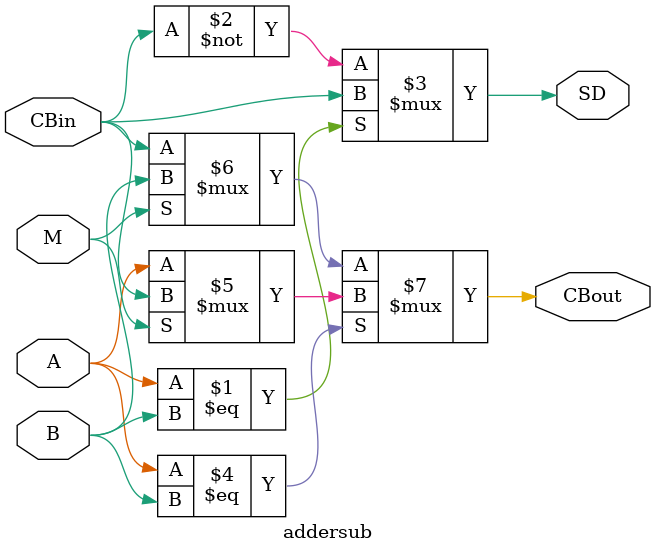
<source format=v>
module addersub
(input A,B,CBin,M,
output SD,CBout);

assign SD = (A==B) ? CBin : ~CBin;
assign CBout = (A==B) ? (M ? CBin : A) : (M ? B : CBin);

endmodule 
</source>
